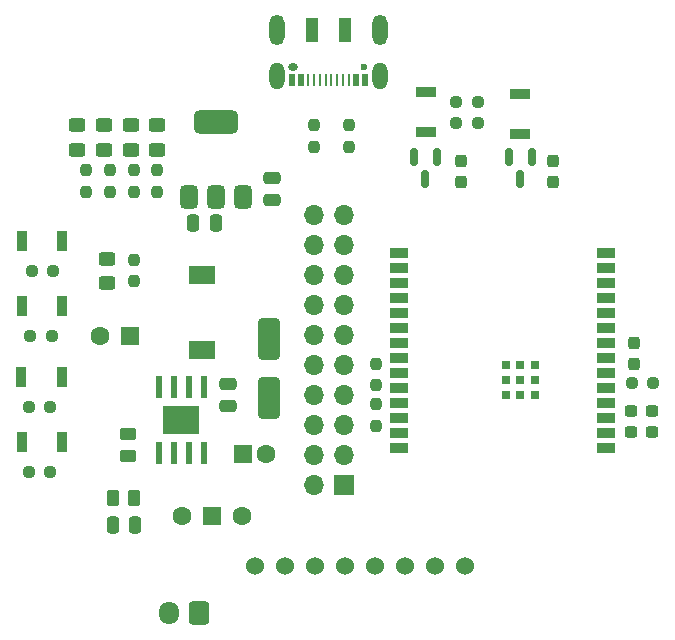
<source format=gbr>
%TF.GenerationSoftware,KiCad,Pcbnew,8.0.1*%
%TF.CreationDate,2024-04-19T02:29:26-07:00*%
%TF.ProjectId,ESP32C3_Upper,45535033-3243-4335-9f55-707065722e6b,rev?*%
%TF.SameCoordinates,Original*%
%TF.FileFunction,Soldermask,Top*%
%TF.FilePolarity,Negative*%
%FSLAX46Y46*%
G04 Gerber Fmt 4.6, Leading zero omitted, Abs format (unit mm)*
G04 Created by KiCad (PCBNEW 8.0.1) date 2024-04-19 02:29:26*
%MOMM*%
%LPD*%
G01*
G04 APERTURE LIST*
G04 Aperture macros list*
%AMRoundRect*
0 Rectangle with rounded corners*
0 $1 Rounding radius*
0 $2 $3 $4 $5 $6 $7 $8 $9 X,Y pos of 4 corners*
0 Add a 4 corners polygon primitive as box body*
4,1,4,$2,$3,$4,$5,$6,$7,$8,$9,$2,$3,0*
0 Add four circle primitives for the rounded corners*
1,1,$1+$1,$2,$3*
1,1,$1+$1,$4,$5*
1,1,$1+$1,$6,$7*
1,1,$1+$1,$8,$9*
0 Add four rect primitives between the rounded corners*
20,1,$1+$1,$2,$3,$4,$5,0*
20,1,$1+$1,$4,$5,$6,$7,0*
20,1,$1+$1,$6,$7,$8,$9,0*
20,1,$1+$1,$8,$9,$2,$3,0*%
G04 Aperture macros list end*
%ADD10RoundRect,0.237500X-0.237500X0.250000X-0.237500X-0.250000X0.237500X-0.250000X0.237500X0.250000X0*%
%ADD11RoundRect,0.375000X0.375000X-0.625000X0.375000X0.625000X-0.375000X0.625000X-0.375000X-0.625000X0*%
%ADD12RoundRect,0.500000X1.400000X-0.500000X1.400000X0.500000X-1.400000X0.500000X-1.400000X-0.500000X0*%
%ADD13RoundRect,0.237500X0.237500X-0.250000X0.237500X0.250000X-0.237500X0.250000X-0.237500X-0.250000X0*%
%ADD14RoundRect,0.250000X0.475000X-0.250000X0.475000X0.250000X-0.475000X0.250000X-0.475000X-0.250000X0*%
%ADD15R,1.700000X0.900000*%
%ADD16RoundRect,0.237500X-0.300000X-0.237500X0.300000X-0.237500X0.300000X0.237500X-0.300000X0.237500X0*%
%ADD17RoundRect,0.250000X0.250000X0.475000X-0.250000X0.475000X-0.250000X-0.475000X0.250000X-0.475000X0*%
%ADD18RoundRect,0.237500X0.250000X0.237500X-0.250000X0.237500X-0.250000X-0.237500X0.250000X-0.237500X0*%
%ADD19RoundRect,0.250000X-0.450000X0.325000X-0.450000X-0.325000X0.450000X-0.325000X0.450000X0.325000X0*%
%ADD20RoundRect,0.250000X0.450000X-0.262500X0.450000X0.262500X-0.450000X0.262500X-0.450000X-0.262500X0*%
%ADD21C,1.524000*%
%ADD22R,0.900000X1.700000*%
%ADD23RoundRect,0.250000X-0.650000X1.500000X-0.650000X-1.500000X0.650000X-1.500000X0.650000X1.500000X0*%
%ADD24RoundRect,0.150000X-0.150000X0.587500X-0.150000X-0.587500X0.150000X-0.587500X0.150000X0.587500X0*%
%ADD25R,1.700000X1.700000*%
%ADD26O,1.700000X1.700000*%
%ADD27RoundRect,0.237500X0.237500X-0.300000X0.237500X0.300000X-0.237500X0.300000X-0.237500X-0.300000X0*%
%ADD28R,0.610000X1.910000*%
%ADD29R,1.550000X1.205000*%
%ADD30R,2.200000X1.500000*%
%ADD31R,1.600000X1.600000*%
%ADD32C,1.600000*%
%ADD33RoundRect,0.237500X-0.250000X-0.237500X0.250000X-0.237500X0.250000X0.237500X-0.250000X0.237500X0*%
%ADD34RoundRect,0.250000X0.262500X0.450000X-0.262500X0.450000X-0.262500X-0.450000X0.262500X-0.450000X0*%
%ADD35C,0.600000*%
%ADD36R,1.000000X2.000000*%
%ADD37O,0.850000X0.600000*%
%ADD38R,0.520000X1.000000*%
%ADD39R,0.270000X1.000000*%
%ADD40O,1.300000X2.300000*%
%ADD41O,1.300000X2.600000*%
%ADD42RoundRect,0.250000X0.600000X0.725000X-0.600000X0.725000X-0.600000X-0.725000X0.600000X-0.725000X0*%
%ADD43O,1.700000X1.950000*%
%ADD44R,1.500000X0.900000*%
%ADD45R,0.800000X0.800000*%
%ADD46RoundRect,0.250000X0.450000X-0.325000X0.450000X0.325000X-0.450000X0.325000X-0.450000X-0.325000X0*%
%ADD47R,1.500000X1.500000*%
G04 APERTURE END LIST*
D10*
%TO.C,R12*%
X148660000Y-80875000D03*
X148660000Y-82700000D03*
%TD*%
D11*
%TO.C,U1*%
X138110000Y-86950000D03*
X140410000Y-86950000D03*
D12*
X140410000Y-80650000D03*
D11*
X142710000Y-86950000D03*
%TD*%
D13*
%TO.C,R4*%
X153905000Y-106322500D03*
X153905000Y-104497500D03*
%TD*%
D14*
%TO.C,C8*%
X141410000Y-104650000D03*
X141410000Y-102750000D03*
%TD*%
D15*
%TO.C,SW3*%
X158160000Y-78050000D03*
X158160000Y-81450000D03*
%TD*%
D16*
%TO.C,C1*%
X175542500Y-106825000D03*
X177267500Y-106825000D03*
%TD*%
D17*
%TO.C,C6*%
X133560000Y-114700000D03*
X131660000Y-114700000D03*
%TD*%
D18*
%TO.C,R23*%
X126597500Y-93200000D03*
X124772500Y-93200000D03*
%TD*%
D19*
%TO.C,D2*%
X135410000Y-80900000D03*
X135410000Y-82950000D03*
%TD*%
D20*
%TO.C,R3*%
X132910000Y-108862500D03*
X132910000Y-107037500D03*
%TD*%
D13*
%TO.C,R13*%
X133410000Y-94112500D03*
X133410000Y-92287500D03*
%TD*%
%TO.C,R10*%
X131410000Y-86525000D03*
X131410000Y-84700000D03*
%TD*%
D21*
%TO.C,U4*%
X151290000Y-118220000D03*
X146210000Y-118220000D03*
X158910000Y-118220000D03*
X148750000Y-118220000D03*
X143670000Y-118220000D03*
X156370000Y-118220000D03*
X153830000Y-118220000D03*
X161450000Y-118220000D03*
%TD*%
D22*
%TO.C,SW7*%
X127360000Y-90700000D03*
X123960000Y-90700000D03*
%TD*%
D23*
%TO.C,D1*%
X144910000Y-98950000D03*
X144910000Y-103950000D03*
%TD*%
D24*
%TO.C,Q1*%
X167110000Y-83575000D03*
X165210000Y-83575000D03*
X166160000Y-85450000D03*
%TD*%
D22*
%TO.C,SW6*%
X127360000Y-96200000D03*
X123960000Y-96200000D03*
%TD*%
D25*
%TO.C,J2*%
X151200000Y-111360000D03*
D26*
X148660000Y-111360000D03*
X151200000Y-108820000D03*
X148660000Y-108820000D03*
X151200000Y-106280000D03*
X148660000Y-106280000D03*
X151200000Y-103740000D03*
X148660000Y-103740000D03*
X151200000Y-101200000D03*
X148660000Y-101200000D03*
X151200000Y-98660000D03*
X148660000Y-98660000D03*
X151200000Y-96120000D03*
X148660000Y-96120000D03*
X151200000Y-93580000D03*
X148660000Y-93580000D03*
X151200000Y-91040000D03*
X148660000Y-91040000D03*
X151200000Y-88500000D03*
X148660000Y-88500000D03*
%TD*%
D27*
%TO.C,C5*%
X175747500Y-101062500D03*
X175747500Y-99337500D03*
%TD*%
D28*
%TO.C,U2*%
X139340000Y-103067500D03*
X138070000Y-103067500D03*
X136800000Y-103067500D03*
X135530000Y-103067500D03*
X135530000Y-108627500D03*
X136800000Y-108627500D03*
X138070000Y-108627500D03*
X139340000Y-108627500D03*
D29*
X138210000Y-105245000D03*
X136660000Y-105245000D03*
X138210000Y-106450000D03*
X136660000Y-106450000D03*
%TD*%
D18*
%TO.C,R21*%
X126360000Y-104700000D03*
X124535000Y-104700000D03*
%TD*%
D30*
%TO.C,L1*%
X139160000Y-99950000D03*
X139160000Y-93550000D03*
%TD*%
D18*
%TO.C,R22*%
X126485000Y-98700000D03*
X124660000Y-98700000D03*
%TD*%
D27*
%TO.C,C10*%
X168910000Y-85675000D03*
X168910000Y-83950000D03*
%TD*%
D17*
%TO.C,C7*%
X140360000Y-89200000D03*
X138460000Y-89200000D03*
%TD*%
D10*
%TO.C,R14*%
X151660000Y-80875000D03*
X151660000Y-82700000D03*
%TD*%
D27*
%TO.C,C11*%
X161160000Y-85675000D03*
X161160000Y-83950000D03*
%TD*%
D22*
%TO.C,SW5*%
X127360000Y-107700000D03*
X123960000Y-107700000D03*
%TD*%
D13*
%TO.C,R9*%
X133410000Y-86525000D03*
X133410000Y-84700000D03*
%TD*%
D31*
%TO.C,C4*%
X142660000Y-108700000D03*
D32*
X144660000Y-108700000D03*
%TD*%
D15*
%TO.C,SW2*%
X166160000Y-78250000D03*
X166160000Y-81650000D03*
%TD*%
D18*
%TO.C,R1*%
X177410000Y-102700000D03*
X175585000Y-102700000D03*
%TD*%
D19*
%TO.C,D4*%
X130910000Y-80900000D03*
X130910000Y-82950000D03*
%TD*%
D33*
%TO.C,R6*%
X160747500Y-78950000D03*
X162572500Y-78950000D03*
%TD*%
D34*
%TO.C,R2*%
X133485000Y-112450000D03*
X131660000Y-112450000D03*
%TD*%
D35*
%TO.C,J3*%
X152910000Y-75950000D03*
D36*
X151310000Y-72850000D03*
X148510000Y-72850000D03*
D37*
X146910000Y-75950000D03*
D38*
X153010000Y-77050000D03*
X152260000Y-77050000D03*
D39*
X151660000Y-77050000D03*
X150160000Y-77050000D03*
X149160000Y-77050000D03*
X148160000Y-77050000D03*
D38*
X147560000Y-77050000D03*
X146810000Y-77050000D03*
X146810000Y-77050000D03*
X147560000Y-77050000D03*
D39*
X148660000Y-77050000D03*
X149660000Y-77050000D03*
X150660000Y-77050000D03*
X151160000Y-77050000D03*
D38*
X152260000Y-77050000D03*
X153010000Y-77050000D03*
D40*
X154230000Y-76675000D03*
D41*
X154230000Y-72850000D03*
D40*
X145590000Y-76675000D03*
D41*
X145590000Y-72850000D03*
%TD*%
D24*
%TO.C,Q2*%
X159060000Y-83575000D03*
X157160000Y-83575000D03*
X158110000Y-85450000D03*
%TD*%
D19*
%TO.C,D3*%
X133160000Y-80900000D03*
X133160000Y-82950000D03*
%TD*%
D18*
%TO.C,R7*%
X162572500Y-80700000D03*
X160747500Y-80700000D03*
%TD*%
D14*
%TO.C,C2*%
X145160000Y-87250000D03*
X145160000Y-85350000D03*
%TD*%
D42*
%TO.C,J1*%
X138910000Y-122200000D03*
D43*
X136410000Y-122200000D03*
%TD*%
D22*
%TO.C,SW4*%
X127310000Y-102200000D03*
X123910000Y-102200000D03*
%TD*%
D44*
%TO.C,U3*%
X173405000Y-108170000D03*
X173405000Y-106900000D03*
X173405000Y-105630000D03*
X173405000Y-104360000D03*
X173405000Y-103090000D03*
X173405000Y-101820000D03*
X173405000Y-100550000D03*
X173405000Y-99280000D03*
X173405000Y-98010000D03*
X173405000Y-96740000D03*
X173405000Y-95470000D03*
X173405000Y-94200000D03*
X173405000Y-92930000D03*
X173405000Y-91660000D03*
X155905000Y-91660000D03*
X155905000Y-92930000D03*
X155905000Y-94200000D03*
X155905000Y-95470000D03*
X155905000Y-96740000D03*
X155905000Y-98010000D03*
X155905000Y-99280000D03*
X155905000Y-100550000D03*
X155905000Y-101820000D03*
X155905000Y-103090000D03*
X155905000Y-104360000D03*
X155905000Y-105630000D03*
X155905000Y-106900000D03*
X155905000Y-108170000D03*
D45*
X167410000Y-103700000D03*
X167410000Y-102450000D03*
X167410000Y-101200000D03*
X166160000Y-103700000D03*
X166160000Y-102450000D03*
X166160000Y-101200000D03*
X164910000Y-103700000D03*
X164910000Y-102450000D03*
X164910000Y-101200000D03*
%TD*%
D16*
%TO.C,C3*%
X175542500Y-105075000D03*
X177267500Y-105075000D03*
%TD*%
D46*
%TO.C,D6*%
X131160000Y-94225000D03*
X131160000Y-92175000D03*
%TD*%
D13*
%TO.C,R8*%
X135410000Y-86500000D03*
X135410000Y-84675000D03*
%TD*%
D10*
%TO.C,R5*%
X153905000Y-101085000D03*
X153905000Y-102910000D03*
%TD*%
D18*
%TO.C,R20*%
X126347500Y-110200000D03*
X124522500Y-110200000D03*
%TD*%
D47*
%TO.C,SW1*%
X140070000Y-113950000D03*
D32*
X142610000Y-113950000D03*
X137530000Y-113950000D03*
%TD*%
D31*
%TO.C,C9*%
X133092380Y-98700000D03*
D32*
X130592380Y-98700000D03*
%TD*%
D19*
%TO.C,D5*%
X128660000Y-80900000D03*
X128660000Y-82950000D03*
%TD*%
D13*
%TO.C,R11*%
X129410000Y-86525000D03*
X129410000Y-84700000D03*
%TD*%
M02*

</source>
